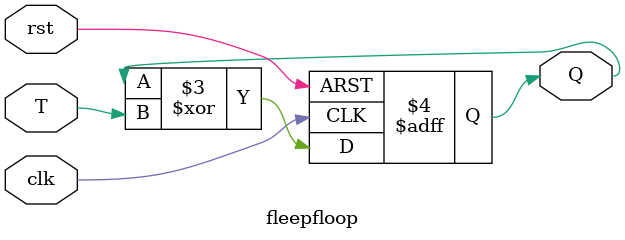
<source format=v>
module part1(Clock, Enable, Clear_b, CounterValue);
	input Clock, Enable, Clear_b;
	output [7:0] CounterValue;

    wire pp[7:0];

    assign pp[0]= Enable;
    assign pp[1]= pp[0] & CounterValue[0];
    assign pp[2]= pp[1] & CounterValue[1];
    assign pp[3]= pp[2] & CounterValue[2];
    assign pp[4]= pp[3] & CounterValue[3];
    assign pp[5]= pp[4] & CounterValue[4];
    assign pp[6]= pp[5] & CounterValue[5];
    assign pp[7]= pp[6] & CounterValue[6];



	fleepfloop f1(pp[0], Clock, Clear_b, CounterValue[0]);
    fleepfloop f2(pp[1], Clock, Clear_b, CounterValue[1]);
    fleepfloop f3(pp[2], Clock, Clear_b, CounterValue[2]);
    fleepfloop f4(pp[3], Clock, Clear_b, CounterValue[3]);
    fleepfloop f5(pp[4], Clock, Clear_b, CounterValue[4]);
    fleepfloop f6(pp[5], Clock, Clear_b, CounterValue[5]);
    fleepfloop f7(pp[6], Clock, Clear_b, CounterValue[6]);
    fleepfloop f8(pp[7], Clock, Clear_b, CounterValue[7]);
endmodule


module fleepfloop(T, clk, rst, Q);
	input T;
	input clk;
    input rst;
	output reg Q;
	
	always @(posedge clk or negedge rst)
		begin 
			if (!rst)
				Q<=0;
			else 
				Q<=Q^T;
		end
endmodule
</source>
